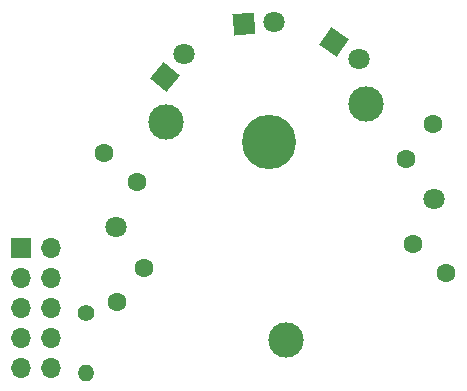
<source format=gbr>
%TF.GenerationSoftware,KiCad,Pcbnew,(6.0.7-1)-1*%
%TF.CreationDate,2023-11-13T05:29:29+10:00*%
%TF.ProjectId,BATT-PCB,42415454-2d50-4434-922e-6b696361645f,rev?*%
%TF.SameCoordinates,Original*%
%TF.FileFunction,Soldermask,Bot*%
%TF.FilePolarity,Negative*%
%FSLAX46Y46*%
G04 Gerber Fmt 4.6, Leading zero omitted, Abs format (unit mm)*
G04 Created by KiCad (PCBNEW (6.0.7-1)-1) date 2023-11-13 05:29:29*
%MOMM*%
%LPD*%
G01*
G04 APERTURE LIST*
G04 Aperture macros list*
%AMRotRect*
0 Rectangle, with rotation*
0 The origin of the aperture is its center*
0 $1 length*
0 $2 width*
0 $3 Rotation angle, in degrees counterclockwise*
0 Add horizontal line*
21,1,$1,$2,0,0,$3*%
G04 Aperture macros list end*
%ADD10C,1.400000*%
%ADD11O,1.400000X1.400000*%
%ADD12RotRect,1.800000X1.800000X50.000000*%
%ADD13C,1.800000*%
%ADD14RotRect,1.800000X1.800000X5.000000*%
%ADD15C,4.600000*%
%ADD16C,3.000000*%
%ADD17C,1.600000*%
%ADD18RotRect,1.800000X1.800000X325.000000*%
%ADD19R,1.700000X1.700000*%
%ADD20O,1.700000X1.700000*%
G04 APERTURE END LIST*
D10*
%TO.C,R1*%
X75000000Y-85000000D03*
D11*
X75000000Y-90080000D03*
%TD*%
D12*
%TO.C,D3*%
X81680400Y-64976700D03*
D13*
X83313081Y-63030947D03*
%TD*%
D14*
%TO.C,D2*%
X88405300Y-60531400D03*
D13*
X90935635Y-60310024D03*
%TD*%
D15*
%TO.C,U1*%
X90477066Y-70522832D03*
D16*
X91936924Y-87209093D03*
X98716869Y-67292393D03*
D13*
X77551372Y-77676603D03*
D16*
X81802355Y-68782259D03*
D13*
X104448628Y-75323397D03*
D17*
X79297119Y-73880003D03*
X79929870Y-81112377D03*
X102702881Y-79119997D03*
X102070130Y-71887623D03*
X76528850Y-71381767D03*
X77607585Y-84055979D03*
X105501036Y-81615618D03*
X104392415Y-68944021D03*
%TD*%
D18*
%TO.C,D1*%
X96000000Y-62000000D03*
D13*
X98080646Y-63456884D03*
%TD*%
D19*
%TO.C,J1*%
X69500000Y-79500000D03*
D20*
X72040000Y-79500000D03*
X69500000Y-82040000D03*
X72040000Y-82040000D03*
X69500000Y-84580000D03*
X72040000Y-84580000D03*
X69500000Y-87120000D03*
X72040000Y-87120000D03*
X69500000Y-89660000D03*
X72040000Y-89660000D03*
%TD*%
M02*

</source>
